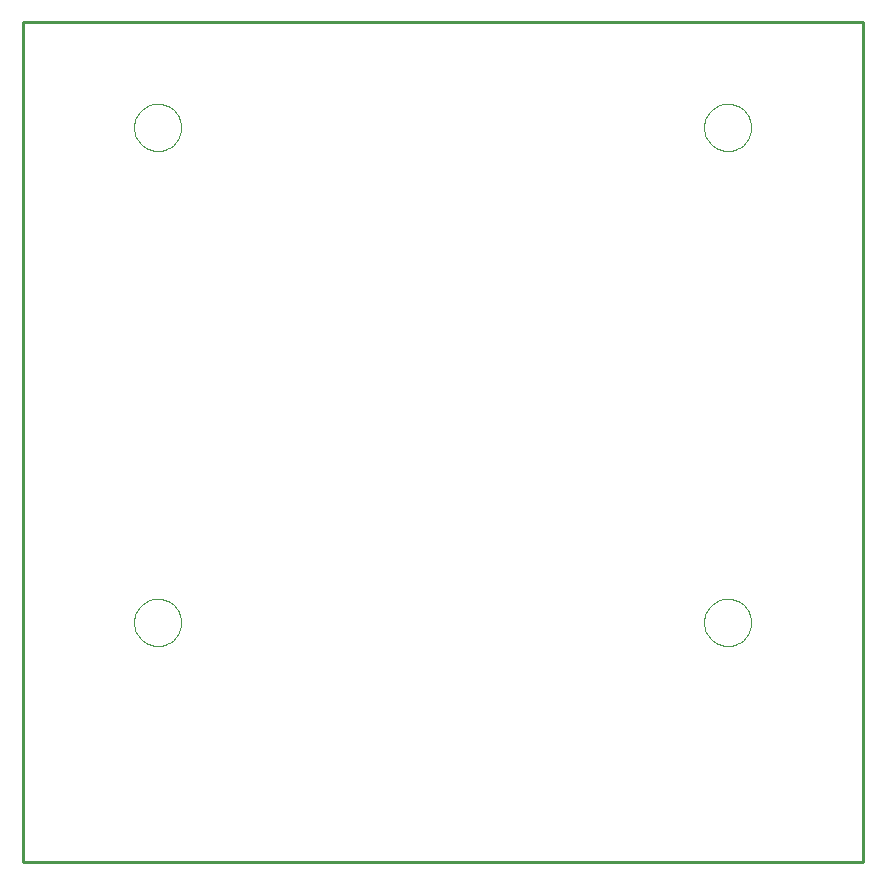
<source format=gko>
G75*
%MOIN*%
%OFA0B0*%
%FSLAX24Y24*%
%IPPOS*%
%LPD*%
%AMOC8*
5,1,8,0,0,1.08239X$1,22.5*
%
%ADD10C,0.0100*%
%ADD11C,0.0000*%
D10*
X002871Y000550D02*
X002871Y028550D01*
X030871Y028550D01*
X030871Y000550D01*
X002871Y000550D01*
D11*
X006584Y008550D02*
X006586Y008606D01*
X006592Y008661D01*
X006602Y008715D01*
X006615Y008769D01*
X006633Y008822D01*
X006654Y008873D01*
X006678Y008923D01*
X006706Y008971D01*
X006738Y009017D01*
X006772Y009061D01*
X006810Y009102D01*
X006850Y009140D01*
X006893Y009175D01*
X006938Y009207D01*
X006986Y009236D01*
X007035Y009262D01*
X007086Y009284D01*
X007138Y009302D01*
X007192Y009316D01*
X007247Y009327D01*
X007302Y009334D01*
X007357Y009337D01*
X007413Y009336D01*
X007468Y009331D01*
X007523Y009322D01*
X007577Y009310D01*
X007630Y009293D01*
X007682Y009273D01*
X007732Y009249D01*
X007780Y009222D01*
X007827Y009192D01*
X007871Y009158D01*
X007913Y009121D01*
X007951Y009081D01*
X007988Y009039D01*
X008021Y008994D01*
X008050Y008948D01*
X008077Y008899D01*
X008099Y008848D01*
X008119Y008796D01*
X008134Y008742D01*
X008146Y008688D01*
X008154Y008633D01*
X008158Y008578D01*
X008158Y008522D01*
X008154Y008467D01*
X008146Y008412D01*
X008134Y008358D01*
X008119Y008304D01*
X008099Y008252D01*
X008077Y008201D01*
X008050Y008152D01*
X008021Y008106D01*
X007988Y008061D01*
X007951Y008019D01*
X007913Y007979D01*
X007871Y007942D01*
X007827Y007908D01*
X007780Y007878D01*
X007732Y007851D01*
X007682Y007827D01*
X007630Y007807D01*
X007577Y007790D01*
X007523Y007778D01*
X007468Y007769D01*
X007413Y007764D01*
X007357Y007763D01*
X007302Y007766D01*
X007247Y007773D01*
X007192Y007784D01*
X007138Y007798D01*
X007086Y007816D01*
X007035Y007838D01*
X006986Y007864D01*
X006938Y007893D01*
X006893Y007925D01*
X006850Y007960D01*
X006810Y007998D01*
X006772Y008039D01*
X006738Y008083D01*
X006706Y008129D01*
X006678Y008177D01*
X006654Y008227D01*
X006633Y008278D01*
X006615Y008331D01*
X006602Y008385D01*
X006592Y008439D01*
X006586Y008494D01*
X006584Y008550D01*
X006584Y025050D02*
X006586Y025106D01*
X006592Y025161D01*
X006602Y025215D01*
X006615Y025269D01*
X006633Y025322D01*
X006654Y025373D01*
X006678Y025423D01*
X006706Y025471D01*
X006738Y025517D01*
X006772Y025561D01*
X006810Y025602D01*
X006850Y025640D01*
X006893Y025675D01*
X006938Y025707D01*
X006986Y025736D01*
X007035Y025762D01*
X007086Y025784D01*
X007138Y025802D01*
X007192Y025816D01*
X007247Y025827D01*
X007302Y025834D01*
X007357Y025837D01*
X007413Y025836D01*
X007468Y025831D01*
X007523Y025822D01*
X007577Y025810D01*
X007630Y025793D01*
X007682Y025773D01*
X007732Y025749D01*
X007780Y025722D01*
X007827Y025692D01*
X007871Y025658D01*
X007913Y025621D01*
X007951Y025581D01*
X007988Y025539D01*
X008021Y025494D01*
X008050Y025448D01*
X008077Y025399D01*
X008099Y025348D01*
X008119Y025296D01*
X008134Y025242D01*
X008146Y025188D01*
X008154Y025133D01*
X008158Y025078D01*
X008158Y025022D01*
X008154Y024967D01*
X008146Y024912D01*
X008134Y024858D01*
X008119Y024804D01*
X008099Y024752D01*
X008077Y024701D01*
X008050Y024652D01*
X008021Y024606D01*
X007988Y024561D01*
X007951Y024519D01*
X007913Y024479D01*
X007871Y024442D01*
X007827Y024408D01*
X007780Y024378D01*
X007732Y024351D01*
X007682Y024327D01*
X007630Y024307D01*
X007577Y024290D01*
X007523Y024278D01*
X007468Y024269D01*
X007413Y024264D01*
X007357Y024263D01*
X007302Y024266D01*
X007247Y024273D01*
X007192Y024284D01*
X007138Y024298D01*
X007086Y024316D01*
X007035Y024338D01*
X006986Y024364D01*
X006938Y024393D01*
X006893Y024425D01*
X006850Y024460D01*
X006810Y024498D01*
X006772Y024539D01*
X006738Y024583D01*
X006706Y024629D01*
X006678Y024677D01*
X006654Y024727D01*
X006633Y024778D01*
X006615Y024831D01*
X006602Y024885D01*
X006592Y024939D01*
X006586Y024994D01*
X006584Y025050D01*
X025584Y025050D02*
X025586Y025106D01*
X025592Y025161D01*
X025602Y025215D01*
X025615Y025269D01*
X025633Y025322D01*
X025654Y025373D01*
X025678Y025423D01*
X025706Y025471D01*
X025738Y025517D01*
X025772Y025561D01*
X025810Y025602D01*
X025850Y025640D01*
X025893Y025675D01*
X025938Y025707D01*
X025986Y025736D01*
X026035Y025762D01*
X026086Y025784D01*
X026138Y025802D01*
X026192Y025816D01*
X026247Y025827D01*
X026302Y025834D01*
X026357Y025837D01*
X026413Y025836D01*
X026468Y025831D01*
X026523Y025822D01*
X026577Y025810D01*
X026630Y025793D01*
X026682Y025773D01*
X026732Y025749D01*
X026780Y025722D01*
X026827Y025692D01*
X026871Y025658D01*
X026913Y025621D01*
X026951Y025581D01*
X026988Y025539D01*
X027021Y025494D01*
X027050Y025448D01*
X027077Y025399D01*
X027099Y025348D01*
X027119Y025296D01*
X027134Y025242D01*
X027146Y025188D01*
X027154Y025133D01*
X027158Y025078D01*
X027158Y025022D01*
X027154Y024967D01*
X027146Y024912D01*
X027134Y024858D01*
X027119Y024804D01*
X027099Y024752D01*
X027077Y024701D01*
X027050Y024652D01*
X027021Y024606D01*
X026988Y024561D01*
X026951Y024519D01*
X026913Y024479D01*
X026871Y024442D01*
X026827Y024408D01*
X026780Y024378D01*
X026732Y024351D01*
X026682Y024327D01*
X026630Y024307D01*
X026577Y024290D01*
X026523Y024278D01*
X026468Y024269D01*
X026413Y024264D01*
X026357Y024263D01*
X026302Y024266D01*
X026247Y024273D01*
X026192Y024284D01*
X026138Y024298D01*
X026086Y024316D01*
X026035Y024338D01*
X025986Y024364D01*
X025938Y024393D01*
X025893Y024425D01*
X025850Y024460D01*
X025810Y024498D01*
X025772Y024539D01*
X025738Y024583D01*
X025706Y024629D01*
X025678Y024677D01*
X025654Y024727D01*
X025633Y024778D01*
X025615Y024831D01*
X025602Y024885D01*
X025592Y024939D01*
X025586Y024994D01*
X025584Y025050D01*
X025584Y008550D02*
X025586Y008606D01*
X025592Y008661D01*
X025602Y008715D01*
X025615Y008769D01*
X025633Y008822D01*
X025654Y008873D01*
X025678Y008923D01*
X025706Y008971D01*
X025738Y009017D01*
X025772Y009061D01*
X025810Y009102D01*
X025850Y009140D01*
X025893Y009175D01*
X025938Y009207D01*
X025986Y009236D01*
X026035Y009262D01*
X026086Y009284D01*
X026138Y009302D01*
X026192Y009316D01*
X026247Y009327D01*
X026302Y009334D01*
X026357Y009337D01*
X026413Y009336D01*
X026468Y009331D01*
X026523Y009322D01*
X026577Y009310D01*
X026630Y009293D01*
X026682Y009273D01*
X026732Y009249D01*
X026780Y009222D01*
X026827Y009192D01*
X026871Y009158D01*
X026913Y009121D01*
X026951Y009081D01*
X026988Y009039D01*
X027021Y008994D01*
X027050Y008948D01*
X027077Y008899D01*
X027099Y008848D01*
X027119Y008796D01*
X027134Y008742D01*
X027146Y008688D01*
X027154Y008633D01*
X027158Y008578D01*
X027158Y008522D01*
X027154Y008467D01*
X027146Y008412D01*
X027134Y008358D01*
X027119Y008304D01*
X027099Y008252D01*
X027077Y008201D01*
X027050Y008152D01*
X027021Y008106D01*
X026988Y008061D01*
X026951Y008019D01*
X026913Y007979D01*
X026871Y007942D01*
X026827Y007908D01*
X026780Y007878D01*
X026732Y007851D01*
X026682Y007827D01*
X026630Y007807D01*
X026577Y007790D01*
X026523Y007778D01*
X026468Y007769D01*
X026413Y007764D01*
X026357Y007763D01*
X026302Y007766D01*
X026247Y007773D01*
X026192Y007784D01*
X026138Y007798D01*
X026086Y007816D01*
X026035Y007838D01*
X025986Y007864D01*
X025938Y007893D01*
X025893Y007925D01*
X025850Y007960D01*
X025810Y007998D01*
X025772Y008039D01*
X025738Y008083D01*
X025706Y008129D01*
X025678Y008177D01*
X025654Y008227D01*
X025633Y008278D01*
X025615Y008331D01*
X025602Y008385D01*
X025592Y008439D01*
X025586Y008494D01*
X025584Y008550D01*
M02*

</source>
